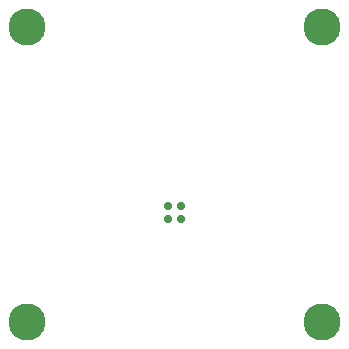
<source format=gbr>
%TF.GenerationSoftware,Altium Limited,Altium Designer,21.6.4 (81)*%
G04 Layer_Color=16711935*
%FSLAX45Y45*%
%MOMM*%
%TF.SameCoordinates,35F77A6B-66F6-43E6-81AF-3D6A737DF117*%
%TF.FilePolarity,Negative*%
%TF.FileFunction,Soldermask,Bot*%
%TF.Part,Single*%
G01*
G75*
%TA.AperFunction,TestPad*%
%ADD22C,3.14000*%
%TA.AperFunction,ViaPad*%
%ADD23C,0.70320*%
D22*
X1250000Y-1250000D02*
D03*
X-1250000Y1250000D02*
D03*
X1250000D02*
D03*
X-1250000Y-1250000D02*
D03*
D23*
X-55000Y-270000D02*
D03*
X55000D02*
D03*
Y-380000D02*
D03*
X-55000D02*
D03*
%TF.MD5,74703520ce3018302488f415d10a4096*%
M02*

</source>
